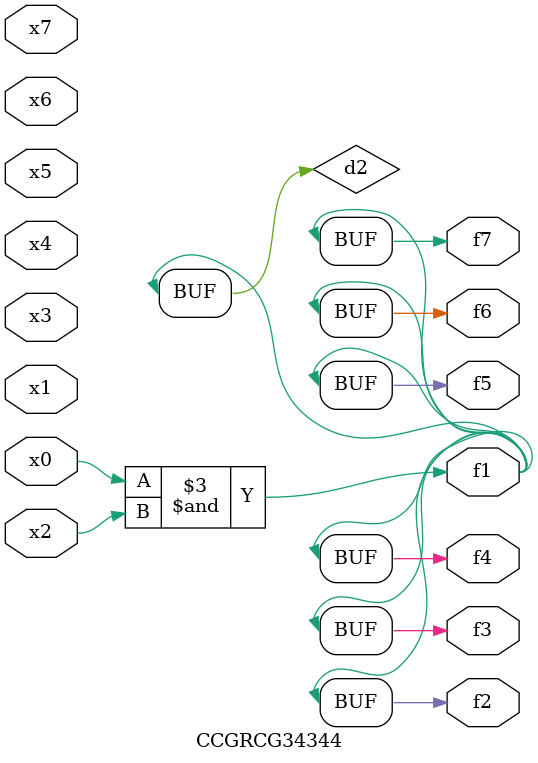
<source format=v>
module CCGRCG34344(
	input x0, x1, x2, x3, x4, x5, x6, x7,
	output f1, f2, f3, f4, f5, f6, f7
);

	wire d1, d2;

	nor (d1, x3, x6);
	and (d2, x0, x2);
	assign f1 = d2;
	assign f2 = d2;
	assign f3 = d2;
	assign f4 = d2;
	assign f5 = d2;
	assign f6 = d2;
	assign f7 = d2;
endmodule

</source>
